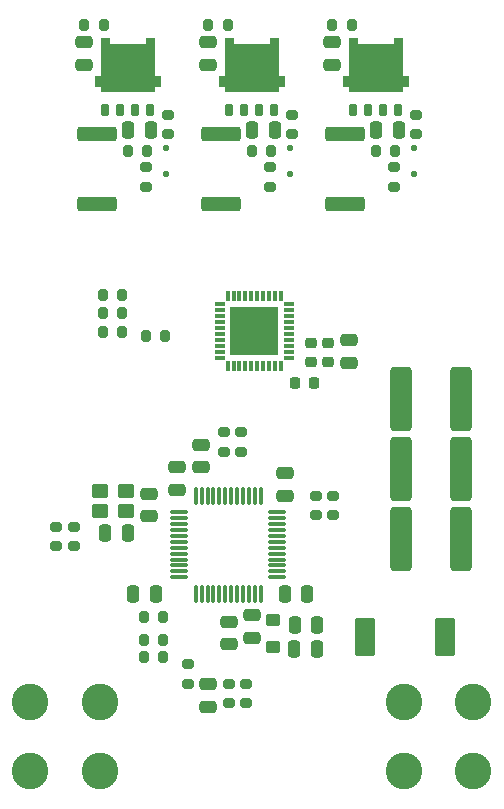
<source format=gbr>
%TF.GenerationSoftware,KiCad,Pcbnew,9.0.7*%
%TF.CreationDate,2026-02-13T21:21:15+01:00*%
%TF.ProjectId,ESC_v3,4553435f-7633-42e6-9b69-6361645f7063,rev?*%
%TF.SameCoordinates,Original*%
%TF.FileFunction,Paste,Top*%
%TF.FilePolarity,Positive*%
%FSLAX46Y46*%
G04 Gerber Fmt 4.6, Leading zero omitted, Abs format (unit mm)*
G04 Created by KiCad (PCBNEW 9.0.7) date 2026-02-13 21:21:15*
%MOMM*%
%LPD*%
G01*
G04 APERTURE LIST*
G04 Aperture macros list*
%AMRoundRect*
0 Rectangle with rounded corners*
0 $1 Rounding radius*
0 $2 $3 $4 $5 $6 $7 $8 $9 X,Y pos of 4 corners*
0 Add a 4 corners polygon primitive as box body*
4,1,4,$2,$3,$4,$5,$6,$7,$8,$9,$2,$3,0*
0 Add four circle primitives for the rounded corners*
1,1,$1+$1,$2,$3*
1,1,$1+$1,$4,$5*
1,1,$1+$1,$6,$7*
1,1,$1+$1,$8,$9*
0 Add four rect primitives between the rounded corners*
20,1,$1+$1,$2,$3,$4,$5,0*
20,1,$1+$1,$4,$5,$6,$7,0*
20,1,$1+$1,$6,$7,$8,$9,0*
20,1,$1+$1,$8,$9,$2,$3,0*%
%AMFreePoly0*
4,1,18,-0.697500,2.280000,2.027500,2.280000,2.502500,2.280000,2.502500,1.530000,2.027500,1.530000,2.027500,-1.530000,2.502500,-1.530000,2.502500,-2.280000,-0.697500,-2.280000,-0.697500,-2.775000,-1.602500,-2.775000,-1.602500,-2.280000,-2.027500,-2.280000,-2.027500,2.280000,-1.602500,2.280000,-1.602500,2.775000,-0.697500,2.775000,-0.697500,2.280000,-0.697500,2.280000,$1*%
G04 Aperture macros list end*
%ADD10RoundRect,0.200000X-0.200000X-0.275000X0.200000X-0.275000X0.200000X0.275000X-0.200000X0.275000X0*%
%ADD11RoundRect,0.200000X0.275000X-0.200000X0.275000X0.200000X-0.275000X0.200000X-0.275000X-0.200000X0*%
%ADD12RoundRect,0.200000X-0.275000X0.200000X-0.275000X-0.200000X0.275000X-0.200000X0.275000X0.200000X0*%
%ADD13RoundRect,0.250000X0.450000X0.350000X-0.450000X0.350000X-0.450000X-0.350000X0.450000X-0.350000X0*%
%ADD14RoundRect,0.250000X-0.350000X0.275000X-0.350000X-0.275000X0.350000X-0.275000X0.350000X0.275000X0*%
%ADD15RoundRect,0.250000X0.250000X0.475000X-0.250000X0.475000X-0.250000X-0.475000X0.250000X-0.475000X0*%
%ADD16RoundRect,0.187500X0.187500X-0.312500X0.187500X0.312500X-0.187500X0.312500X-0.187500X-0.312500X0*%
%ADD17FreePoly0,90.000000*%
%ADD18RoundRect,0.125000X0.125000X-0.125000X0.125000X0.125000X-0.125000X0.125000X-0.125000X-0.125000X0*%
%ADD19RoundRect,0.250000X-1.425000X0.362500X-1.425000X-0.362500X1.425000X-0.362500X1.425000X0.362500X0*%
%ADD20RoundRect,0.200000X0.200000X0.275000X-0.200000X0.275000X-0.200000X-0.275000X0.200000X-0.275000X0*%
%ADD21RoundRect,0.250000X0.475000X-0.250000X0.475000X0.250000X-0.475000X0.250000X-0.475000X-0.250000X0*%
%ADD22C,3.100000*%
%ADD23RoundRect,0.075000X-0.662500X-0.075000X0.662500X-0.075000X0.662500X0.075000X-0.662500X0.075000X0*%
%ADD24RoundRect,0.075000X-0.075000X-0.662500X0.075000X-0.662500X0.075000X0.662500X-0.075000X0.662500X0*%
%ADD25RoundRect,0.250000X-0.475000X0.250000X-0.475000X-0.250000X0.475000X-0.250000X0.475000X0.250000X0*%
%ADD26RoundRect,0.166000X-0.664000X1.483437X-0.664000X-1.483437X0.664000X-1.483437X0.664000X1.483437X0*%
%ADD27RoundRect,0.165988X-0.663953X1.483220X-0.663953X-1.483220X0.663953X-1.483220X0.663953X1.483220X0*%
%ADD28RoundRect,0.018200X0.421800X0.111800X-0.421800X0.111800X-0.421800X-0.111800X0.421800X-0.111800X0*%
%ADD29RoundRect,0.018200X0.111800X0.421800X-0.111800X0.421800X-0.111800X-0.421800X0.111800X-0.421800X0*%
%ADD30R,4.150000X4.150000*%
%ADD31RoundRect,0.225000X-0.250000X0.225000X-0.250000X-0.225000X0.250000X-0.225000X0.250000X0.225000X0*%
%ADD32RoundRect,0.250000X-0.650000X-2.450000X0.650000X-2.450000X0.650000X2.450000X-0.650000X2.450000X0*%
%ADD33RoundRect,0.225000X0.225000X0.250000X-0.225000X0.250000X-0.225000X-0.250000X0.225000X-0.250000X0*%
G04 APERTURE END LIST*
D10*
%TO.C,R2*%
X152024626Y-40675000D03*
X153674626Y-40675000D03*
%TD*%
%TO.C,R24*%
X131025000Y-40675000D03*
X132675000Y-40675000D03*
%TD*%
D11*
%TO.C,R10*%
X146750000Y-54375000D03*
X146750000Y-52725000D03*
%TD*%
D12*
%TO.C,R44*%
X150626000Y-80525000D03*
X150626000Y-82175000D03*
%TD*%
D10*
%TO.C,R46*%
X132575000Y-63550000D03*
X134225000Y-63550000D03*
%TD*%
D13*
%TO.C,Y2*%
X134525000Y-80150000D03*
X132325000Y-80150000D03*
X132325000Y-81850000D03*
X134525000Y-81850000D03*
%TD*%
D14*
%TO.C,L2*%
X147025000Y-91075000D03*
X147025000Y-93375000D03*
%TD*%
D12*
%TO.C,R45*%
X152100000Y-80525000D03*
X152100000Y-82175000D03*
%TD*%
%TO.C,R53*%
X143250000Y-96475000D03*
X143250000Y-98125000D03*
%TD*%
D15*
%TO.C,C39*%
X150725000Y-91525000D03*
X148825000Y-91525000D03*
%TD*%
D16*
%TO.C,Q4*%
X143295000Y-47854750D03*
X144565000Y-47854750D03*
X145835000Y-47854750D03*
X147105000Y-47854750D03*
D17*
X145200000Y-44362500D03*
%TD*%
D18*
%TO.C,D8*%
X158924626Y-53275000D03*
X158924626Y-51075000D03*
%TD*%
D15*
%TO.C,C42*%
X150700000Y-93500000D03*
X148800000Y-93500000D03*
%TD*%
D19*
%TO.C,R29*%
X142575000Y-49912500D03*
X142575000Y-55837500D03*
%TD*%
%TO.C,R25*%
X153074626Y-49912500D03*
X153074626Y-55837500D03*
%TD*%
D20*
%TO.C,R37*%
X137700000Y-90850000D03*
X136050000Y-90850000D03*
%TD*%
D21*
%TO.C,C35*%
X145200000Y-92550000D03*
X145200000Y-90650000D03*
%TD*%
D10*
%TO.C,R38*%
X136200000Y-67000000D03*
X137850000Y-67000000D03*
%TD*%
D22*
%TO.C,J2*%
X126440000Y-98015000D03*
X126440000Y-103885000D03*
X132310000Y-98015000D03*
X132310000Y-103885000D03*
%TD*%
D12*
%TO.C,R41*%
X130100000Y-83150000D03*
X130100000Y-84800000D03*
%TD*%
%TO.C,R43*%
X144300000Y-75175000D03*
X144300000Y-76825000D03*
%TD*%
%TO.C,R54*%
X139800000Y-94825000D03*
X139800000Y-96475000D03*
%TD*%
D23*
%TO.C,U5*%
X139037500Y-81950000D03*
X139037500Y-82450000D03*
X139037500Y-82950000D03*
X139037500Y-83450000D03*
X139037500Y-83950000D03*
X139037500Y-84450000D03*
X139037500Y-84950000D03*
X139037500Y-85450000D03*
X139037500Y-85950000D03*
X139037500Y-86450000D03*
X139037500Y-86950000D03*
X139037500Y-87450000D03*
D24*
X140450000Y-88862500D03*
X140950000Y-88862500D03*
X141450000Y-88862500D03*
X141950000Y-88862500D03*
X142450000Y-88862500D03*
X142950000Y-88862500D03*
X143450000Y-88862500D03*
X143950000Y-88862500D03*
X144450000Y-88862500D03*
X144950000Y-88862500D03*
X145450000Y-88862500D03*
X145950000Y-88862500D03*
D23*
X147362500Y-87450000D03*
X147362500Y-86950000D03*
X147362500Y-86450000D03*
X147362500Y-85950000D03*
X147362500Y-85450000D03*
X147362500Y-84950000D03*
X147362500Y-84450000D03*
X147362500Y-83950000D03*
X147362500Y-83450000D03*
X147362500Y-82950000D03*
X147362500Y-82450000D03*
X147362500Y-81950000D03*
D24*
X145950000Y-80537500D03*
X145450000Y-80537500D03*
X144950000Y-80537500D03*
X144450000Y-80537500D03*
X143950000Y-80537500D03*
X143450000Y-80537500D03*
X142950000Y-80537500D03*
X142450000Y-80537500D03*
X141950000Y-80537500D03*
X141450000Y-80537500D03*
X140950000Y-80537500D03*
X140450000Y-80537500D03*
%TD*%
D15*
%TO.C,C6*%
X157649626Y-49600000D03*
X155749626Y-49600000D03*
%TD*%
D10*
%TO.C,R16*%
X141525000Y-40675000D03*
X143175000Y-40675000D03*
%TD*%
D25*
%TO.C,C40*%
X136500000Y-80375000D03*
X136500000Y-82275000D03*
%TD*%
D18*
%TO.C,D4*%
X148425000Y-53275000D03*
X148425000Y-51075000D03*
%TD*%
D25*
%TO.C,C28*%
X153400000Y-67400000D03*
X153400000Y-69300000D03*
%TD*%
D12*
%TO.C,R42*%
X142800000Y-75175000D03*
X142800000Y-76825000D03*
%TD*%
D11*
%TO.C,R12*%
X159124626Y-49925000D03*
X159124626Y-48275000D03*
%TD*%
D26*
%TO.C,D1*%
X161555000Y-92500557D03*
D27*
X154786061Y-92499688D03*
%TD*%
D28*
%TO.C,U2*%
X148335000Y-68850000D03*
X148335000Y-68350000D03*
X148335000Y-67850000D03*
X148335000Y-67350000D03*
X148335000Y-66850000D03*
X148335000Y-66350000D03*
X148335000Y-65850000D03*
X148335000Y-65350000D03*
X148335000Y-64850000D03*
X148335000Y-64350000D03*
D29*
X147650000Y-63665000D03*
X147150000Y-63665000D03*
X146650000Y-63665000D03*
X146150000Y-63665000D03*
X145650000Y-63665000D03*
X145150000Y-63665000D03*
X144650000Y-63665000D03*
X144150000Y-63665000D03*
X143650000Y-63665000D03*
X143150000Y-63665000D03*
D28*
X142465000Y-64350000D03*
X142465000Y-64850000D03*
X142465000Y-65350000D03*
X142465000Y-65850000D03*
X142465000Y-66350000D03*
X142465000Y-66850000D03*
X142465000Y-67350000D03*
X142465000Y-67850000D03*
X142465000Y-68350000D03*
X142465000Y-68850000D03*
D29*
X143150000Y-69535000D03*
X143650000Y-69535000D03*
X144150000Y-69535000D03*
X144650000Y-69535000D03*
X145150000Y-69535000D03*
X145650000Y-69535000D03*
X146150000Y-69535000D03*
X146650000Y-69535000D03*
X147150000Y-69535000D03*
X147650000Y-69535000D03*
D30*
X145400000Y-66600000D03*
%TD*%
D15*
%TO.C,C41*%
X134675000Y-83725000D03*
X132775000Y-83725000D03*
%TD*%
D11*
%TO.C,R52*%
X144725000Y-98125000D03*
X144725000Y-96475000D03*
%TD*%
D21*
%TO.C,C43*%
X143225000Y-93125000D03*
X143225000Y-91225000D03*
%TD*%
D11*
%TO.C,R18*%
X138125000Y-49925000D03*
X138125000Y-48275000D03*
%TD*%
D25*
%TO.C,C38*%
X140875000Y-76225000D03*
X140875000Y-78125000D03*
%TD*%
%TO.C,C37*%
X148000000Y-78650000D03*
X148000000Y-80550000D03*
%TD*%
D15*
%TO.C,C36*%
X149875000Y-88850000D03*
X147975000Y-88850000D03*
%TD*%
D31*
%TO.C,C23*%
X151675000Y-67650000D03*
X151675000Y-69200000D03*
%TD*%
D10*
%TO.C,R48*%
X132575000Y-66650000D03*
X134225000Y-66650000D03*
%TD*%
D19*
%TO.C,R30*%
X132075000Y-49912500D03*
X132075000Y-55837500D03*
%TD*%
D11*
%TO.C,R8*%
X148625000Y-49925000D03*
X148625000Y-48275000D03*
%TD*%
D20*
%TO.C,R39*%
X137700000Y-92725000D03*
X136050000Y-92725000D03*
%TD*%
D15*
%TO.C,C8*%
X147150000Y-49600000D03*
X145250000Y-49600000D03*
%TD*%
D32*
%TO.C,C19*%
X157825000Y-78300000D03*
X162925000Y-78300000D03*
%TD*%
D22*
%TO.C,J11*%
X158090000Y-97990000D03*
X158090000Y-103860000D03*
X163960000Y-97990000D03*
X163960000Y-103860000D03*
%TD*%
D33*
%TO.C,C20*%
X150425000Y-71000000D03*
X148875000Y-71000000D03*
%TD*%
D18*
%TO.C,D6*%
X137925000Y-53275000D03*
X137925000Y-51075000D03*
%TD*%
D16*
%TO.C,Q2*%
X153794626Y-47854750D03*
X155064626Y-47854750D03*
X156334626Y-47854750D03*
X157604626Y-47854750D03*
D17*
X155699626Y-44362500D03*
%TD*%
D25*
%TO.C,C32*%
X141525000Y-96500000D03*
X141525000Y-98400000D03*
%TD*%
D15*
%TO.C,C12*%
X136650000Y-49600000D03*
X134750000Y-49600000D03*
%TD*%
D25*
%TO.C,C9*%
X141525000Y-42150000D03*
X141525000Y-44050000D03*
%TD*%
%TO.C,C13*%
X131025000Y-42150000D03*
X131025000Y-44050000D03*
%TD*%
D16*
%TO.C,Q6*%
X132795000Y-47851585D03*
X134065000Y-47851585D03*
X135335000Y-47851585D03*
X136605000Y-47851585D03*
D17*
X134700000Y-44359335D03*
%TD*%
D20*
%TO.C,R22*%
X136325000Y-51325000D03*
X134675000Y-51325000D03*
%TD*%
D11*
%TO.C,R20*%
X136250000Y-54375000D03*
X136250000Y-52725000D03*
%TD*%
D15*
%TO.C,C48*%
X137050000Y-88825000D03*
X135150000Y-88825000D03*
%TD*%
D12*
%TO.C,R40*%
X128625000Y-83150000D03*
X128625000Y-84800000D03*
%TD*%
D11*
%TO.C,R4*%
X157249626Y-54375000D03*
X157249626Y-52725000D03*
%TD*%
D20*
%TO.C,R34*%
X137700000Y-94200000D03*
X136050000Y-94200000D03*
%TD*%
%TO.C,R6*%
X157324626Y-51325000D03*
X155674626Y-51325000D03*
%TD*%
D10*
%TO.C,R47*%
X132575000Y-65100000D03*
X134225000Y-65100000D03*
%TD*%
D32*
%TO.C,C26*%
X157825000Y-84225000D03*
X162925000Y-84225000D03*
%TD*%
%TO.C,C1*%
X157825000Y-72375000D03*
X162925000Y-72375000D03*
%TD*%
D25*
%TO.C,C3*%
X152024626Y-42150000D03*
X152024626Y-44050000D03*
%TD*%
D31*
%TO.C,C22*%
X150200000Y-67650000D03*
X150200000Y-69200000D03*
%TD*%
D20*
%TO.C,R14*%
X146825000Y-51325000D03*
X145175000Y-51325000D03*
%TD*%
D25*
%TO.C,C24*%
X138875000Y-78150000D03*
X138875000Y-80050000D03*
%TD*%
M02*

</source>
